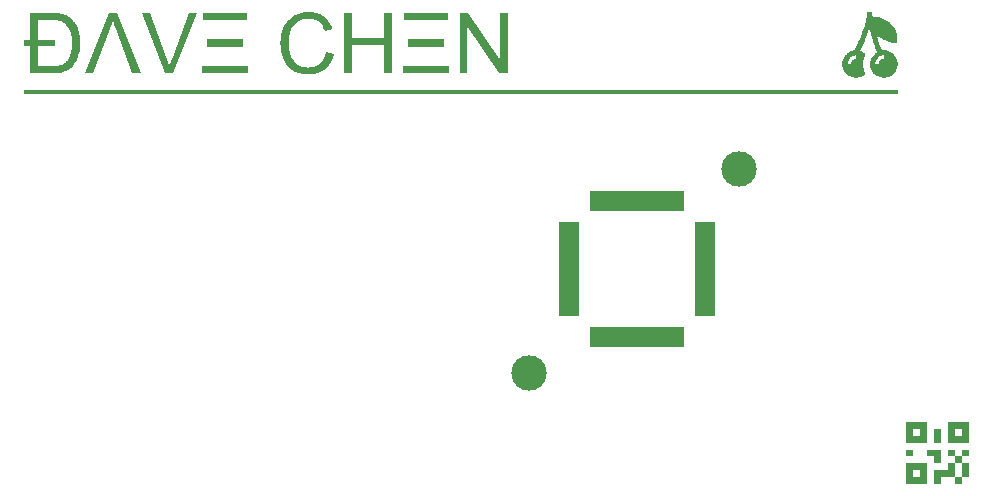
<source format=gts>
G04*
G04 #@! TF.GenerationSoftware,Altium Limited,Altium Designer,21.1.1 (26)*
G04*
G04 Layer_Color=8388736*
%FSLAX25Y25*%
%MOIN*%
G70*
G04*
G04 #@! TF.SameCoordinates,803D71E2-4EB1-4650-8D60-E64228E98B9D*
G04*
G04*
G04 #@! TF.FilePolarity,Negative*
G04*
G01*
G75*
%ADD16R,2.91339X0.01575*%
%ADD17C,0.11811*%
%ADD18R,0.06607X0.01981*%
%ADD19R,0.01981X0.06607*%
G36*
X314327Y165245D02*
X314349Y165136D01*
X314393Y164851D01*
Y164720D01*
X314415Y164611D01*
Y164523D01*
Y164501D01*
X314524Y163627D01*
X314874Y163670D01*
X315596D01*
X315946Y163627D01*
X316230Y163583D01*
X316471Y163561D01*
X316558Y163539D01*
X316624D01*
X316667Y163517D01*
X316689D01*
X317389Y163299D01*
X318045Y163036D01*
X318657Y162730D01*
X318942Y162577D01*
X319204Y162424D01*
X319445Y162271D01*
X319664Y162139D01*
X319839Y162008D01*
X319992Y161899D01*
X320123Y161811D01*
X320210Y161746D01*
X320276Y161702D01*
X320298Y161680D01*
X320691Y161374D01*
X321019Y161046D01*
X321304Y160718D01*
X321544Y160390D01*
X321741Y160127D01*
X321872Y159887D01*
X321916Y159799D01*
X321960Y159756D01*
X321982Y159712D01*
Y159690D01*
X322157Y159318D01*
X322288Y158924D01*
X322397Y158553D01*
X322485Y158203D01*
X322550Y157897D01*
X322594Y157678D01*
X322616Y157590D01*
X322638Y157525D01*
Y157481D01*
Y157459D01*
X322682Y156825D01*
X322703Y156541D01*
Y156278D01*
Y156060D01*
X322682Y155885D01*
Y155775D01*
Y155731D01*
X322572Y154988D01*
X322310Y154966D01*
X321741D01*
X321457Y155010D01*
X321216Y155032D01*
X321019Y155075D01*
X320888Y155097D01*
X320845D01*
X320451Y155185D01*
X320057Y155294D01*
X319292Y155557D01*
X318592Y155863D01*
X318264Y156016D01*
X317980Y156169D01*
X317717Y156344D01*
X317455Y156475D01*
X317258Y156628D01*
X317061Y156738D01*
X316930Y156847D01*
X316820Y156913D01*
X316755Y156956D01*
X316733Y156978D01*
X315661Y158006D01*
X315771Y157656D01*
X315880Y157328D01*
X315967Y157022D01*
X316055Y156738D01*
X316142Y156475D01*
X316208Y156235D01*
X316274Y156038D01*
X316339Y155841D01*
X316405Y155688D01*
X316449Y155535D01*
X316492Y155403D01*
X316514Y155316D01*
X316536Y155228D01*
X316558Y155185D01*
X316580Y155141D01*
X316777Y154572D01*
X316973Y154091D01*
X317170Y153654D01*
X317323Y153282D01*
X317455Y152998D01*
X317564Y152779D01*
X317630Y152648D01*
X317652Y152626D01*
Y152604D01*
X318198D01*
X318548Y152582D01*
X318898Y152539D01*
X319226Y152473D01*
X319532Y152385D01*
X320101Y152167D01*
X320341Y152057D01*
X320560Y151926D01*
X320779Y151795D01*
X320954Y151686D01*
X321107Y151554D01*
X321238Y151467D01*
X321347Y151379D01*
X321413Y151314D01*
X321457Y151270D01*
X321479Y151248D01*
X321719Y150986D01*
X321916Y150723D01*
X322113Y150439D01*
X322266Y150155D01*
X322397Y149892D01*
X322507Y149608D01*
X322660Y149105D01*
X322725Y148864D01*
X322769Y148646D01*
X322791Y148449D01*
X322813Y148296D01*
X322835Y148164D01*
Y148055D01*
Y147990D01*
Y147968D01*
X322813Y147618D01*
X322769Y147290D01*
X322703Y146962D01*
X322616Y146655D01*
X322397Y146109D01*
X322288Y145846D01*
X322157Y145628D01*
X322025Y145431D01*
X321916Y145234D01*
X321785Y145081D01*
X321697Y144950D01*
X321610Y144840D01*
X321544Y144775D01*
X321501Y144731D01*
X321479Y144709D01*
X321216Y144468D01*
X320954Y144272D01*
X320691Y144097D01*
X320407Y143944D01*
X320123Y143812D01*
X319860Y143703D01*
X319357Y143550D01*
X319117Y143484D01*
X318898Y143441D01*
X318701Y143419D01*
X318548Y143397D01*
X318417Y143375D01*
X318220D01*
X317870Y143397D01*
X317542Y143441D01*
X317214Y143506D01*
X316908Y143594D01*
X316361Y143790D01*
X316099Y143922D01*
X315880Y144053D01*
X315683Y144162D01*
X315486Y144293D01*
X315333Y144403D01*
X315202Y144512D01*
X315093Y144578D01*
X315027Y144643D01*
X314983Y144687D01*
X314962Y144709D01*
X314721Y144972D01*
X314524Y145234D01*
X314327Y145518D01*
X314174Y145781D01*
X314043Y146065D01*
X313934Y146327D01*
X313780Y146852D01*
X313715Y147071D01*
X313671Y147290D01*
X313649Y147486D01*
X313627Y147640D01*
X313605Y147793D01*
Y147880D01*
Y147946D01*
Y147968D01*
X313627Y148449D01*
X313715Y148886D01*
X313824Y149280D01*
X313955Y149630D01*
X314065Y149914D01*
X314174Y150133D01*
X314218Y150198D01*
X314262Y150264D01*
X314283Y150286D01*
Y150308D01*
X314546Y150680D01*
X314852Y151008D01*
X315136Y151314D01*
X315421Y151554D01*
X315661Y151751D01*
X315858Y151904D01*
X315989Y151992D01*
X316011Y152014D01*
X316033D01*
X315727Y152692D01*
X315443Y153370D01*
X315180Y154048D01*
X314940Y154660D01*
X314852Y154944D01*
X314765Y155185D01*
X314677Y155403D01*
X314612Y155600D01*
X314568Y155753D01*
X314524Y155885D01*
X314502Y155950D01*
Y155972D01*
X314262Y156781D01*
X314065Y157547D01*
X313890Y158268D01*
X313802Y158597D01*
X313737Y158903D01*
X313693Y159165D01*
X313627Y159428D01*
X313584Y159646D01*
X313562Y159821D01*
X313540Y159974D01*
X313518Y160084D01*
X313496Y160149D01*
Y160171D01*
X313278Y159515D01*
X313059Y158859D01*
X312556Y157503D01*
X312293Y156847D01*
X312031Y156191D01*
X311790Y155578D01*
X311528Y154988D01*
X311287Y154419D01*
X311069Y153916D01*
X310872Y153479D01*
X310697Y153085D01*
X310566Y152779D01*
X310500Y152648D01*
X310456Y152539D01*
X310413Y152451D01*
X310391Y152385D01*
X310369Y152364D01*
Y152342D01*
X310784Y152167D01*
X311134Y151992D01*
X311440Y151817D01*
X311681Y151664D01*
X311856Y151532D01*
X311987Y151423D01*
X312075Y151336D01*
X312097Y151314D01*
X311834Y150658D01*
X311637Y150045D01*
X311484Y149477D01*
X311397Y148974D01*
X311353Y148755D01*
X311331Y148558D01*
X311309Y148383D01*
Y148230D01*
X311287Y148121D01*
Y148033D01*
Y147990D01*
Y147968D01*
X311331Y147377D01*
X311419Y146787D01*
X311550Y146240D01*
X311703Y145715D01*
X311768Y145475D01*
X311834Y145256D01*
X311900Y145081D01*
X311965Y144906D01*
X312031Y144775D01*
X312053Y144687D01*
X312097Y144622D01*
Y144600D01*
X311856Y144381D01*
X311594Y144206D01*
X311353Y144031D01*
X311069Y143900D01*
X310544Y143681D01*
X310063Y143528D01*
X309822Y143484D01*
X309625Y143441D01*
X309428Y143419D01*
X309275Y143397D01*
X309122Y143375D01*
X308947D01*
X308597Y143397D01*
X308269Y143441D01*
X307941Y143506D01*
X307657Y143594D01*
X307088Y143790D01*
X306848Y143922D01*
X306629Y144053D01*
X306410Y144162D01*
X306235Y144293D01*
X306082Y144403D01*
X305951Y144512D01*
X305842Y144578D01*
X305776Y144643D01*
X305732Y144687D01*
X305710Y144709D01*
X305470Y144972D01*
X305273Y145234D01*
X305098Y145518D01*
X304945Y145781D01*
X304814Y146065D01*
X304704Y146327D01*
X304551Y146830D01*
X304486Y147049D01*
X304442Y147268D01*
X304420Y147443D01*
X304398Y147618D01*
X304376Y147749D01*
Y147836D01*
Y147902D01*
Y147924D01*
X304398Y148274D01*
X304420Y148602D01*
X304573Y149214D01*
X304748Y149761D01*
X304857Y150002D01*
X304989Y150220D01*
X305098Y150417D01*
X305207Y150592D01*
X305295Y150745D01*
X305382Y150855D01*
X305470Y150964D01*
X305536Y151030D01*
X305557Y151073D01*
X305579Y151095D01*
X305820Y151336D01*
X306060Y151532D01*
X306301Y151707D01*
X306563Y151882D01*
X307045Y152145D01*
X307526Y152342D01*
X307919Y152473D01*
X308094Y152517D01*
X308247Y152560D01*
X308357Y152582D01*
X308466D01*
X308510Y152604D01*
X308532D01*
X309057Y153741D01*
X309297Y154288D01*
X309538Y154813D01*
X309735Y155316D01*
X309953Y155797D01*
X310128Y156235D01*
X310303Y156650D01*
X310456Y157022D01*
X310609Y157372D01*
X310719Y157656D01*
X310828Y157919D01*
X310894Y158115D01*
X310959Y158247D01*
X310981Y158356D01*
X311003Y158378D01*
X311309Y159187D01*
X311550Y159952D01*
X311790Y160674D01*
X311987Y161352D01*
X312140Y161964D01*
X312271Y162511D01*
X312381Y163036D01*
X312468Y163495D01*
X312556Y163911D01*
X312599Y164261D01*
X312643Y164545D01*
X312665Y164808D01*
X312687Y165004D01*
Y165136D01*
Y165223D01*
Y165245D01*
X314305Y165354D01*
X314327Y165245D01*
D02*
G37*
G36*
X346457Y21696D02*
X339546D01*
Y28607D01*
X346457D01*
Y21696D01*
D02*
G37*
G36*
X337228D02*
X334953D01*
Y26289D01*
X337228D01*
Y21696D01*
D02*
G37*
G36*
X332635D02*
X325724D01*
Y28607D01*
X332635D01*
Y21696D01*
D02*
G37*
G36*
X341864Y17103D02*
X339546D01*
Y19378D01*
X341864D01*
Y17103D01*
D02*
G37*
G36*
X328042D02*
X325724D01*
Y19378D01*
X328042D01*
Y17103D01*
D02*
G37*
G36*
X337228Y14785D02*
X334953D01*
Y17103D01*
X332635D01*
Y19378D01*
X337228D01*
Y14785D01*
D02*
G37*
G36*
X346457Y10192D02*
X344139D01*
Y7874D01*
X341864D01*
Y10192D01*
X344139D01*
Y14785D01*
X346457D01*
Y10192D01*
D02*
G37*
G36*
Y17103D02*
X344139D01*
Y14785D01*
X341864D01*
Y10192D01*
X337228D01*
Y7874D01*
X334953D01*
Y12467D01*
X339546D01*
Y14785D01*
X341864D01*
Y17103D01*
X344139D01*
Y19378D01*
X346457D01*
Y17103D01*
D02*
G37*
G36*
X332635Y7874D02*
X325724D01*
Y14785D01*
X332635D01*
Y7874D01*
D02*
G37*
G36*
X172886Y162621D02*
X158276D01*
Y165004D01*
X172886D01*
Y162621D01*
D02*
G37*
G36*
X106007Y162621D02*
X91398D01*
Y165004D01*
X106007D01*
Y162621D01*
D02*
G37*
G36*
X127112Y165332D02*
X127374Y165311D01*
X127680Y165267D01*
X128008Y165223D01*
X128380Y165157D01*
X128774Y165070D01*
X129189Y164983D01*
X129605Y164851D01*
X130042Y164698D01*
X130480Y164523D01*
X130895Y164305D01*
X131311Y164086D01*
X131704Y163802D01*
X131726Y163780D01*
X131792Y163736D01*
X131901Y163648D01*
X132032Y163517D01*
X132207Y163364D01*
X132404Y163167D01*
X132601Y162949D01*
X132842Y162686D01*
X133082Y162402D01*
X133323Y162074D01*
X133563Y161724D01*
X133782Y161330D01*
X134023Y160915D01*
X134220Y160456D01*
X134416Y159974D01*
X134591Y159471D01*
X131967Y158859D01*
Y158881D01*
X131923Y158946D01*
X131901Y159078D01*
X131836Y159231D01*
X131770Y159406D01*
X131661Y159602D01*
X131442Y160084D01*
X131158Y160609D01*
X130786Y161155D01*
X130392Y161658D01*
X130152Y161877D01*
X129911Y162074D01*
X129889Y162096D01*
X129845Y162118D01*
X129780Y162161D01*
X129671Y162227D01*
X129539Y162314D01*
X129386Y162402D01*
X129211Y162489D01*
X128992Y162577D01*
X128752Y162664D01*
X128511Y162752D01*
X127943Y162927D01*
X127287Y163036D01*
X126937Y163080D01*
X126346D01*
X126171Y163058D01*
X125975Y163036D01*
X125734Y163014D01*
X125471Y162992D01*
X125209Y162949D01*
X124575Y162796D01*
X123919Y162599D01*
X123591Y162468D01*
X123263Y162314D01*
X122956Y162139D01*
X122650Y161943D01*
X122628Y161921D01*
X122585Y161899D01*
X122497Y161833D01*
X122388Y161746D01*
X122278Y161636D01*
X122125Y161483D01*
X121972Y161330D01*
X121797Y161155D01*
X121622Y160937D01*
X121425Y160718D01*
X121076Y160215D01*
X120747Y159624D01*
X120463Y158946D01*
Y158925D01*
X120441Y158859D01*
X120398Y158750D01*
X120376Y158618D01*
X120332Y158443D01*
X120266Y158247D01*
X120223Y158006D01*
X120157Y157765D01*
X120091Y157481D01*
X120048Y157175D01*
X119938Y156519D01*
X119873Y155819D01*
X119851Y155076D01*
Y155054D01*
Y154966D01*
Y154835D01*
X119873Y154638D01*
Y154419D01*
X119895Y154157D01*
X119916Y153873D01*
X119938Y153545D01*
X119982Y153195D01*
X120026Y152845D01*
X120157Y152079D01*
X120354Y151314D01*
X120594Y150570D01*
Y150548D01*
X120638Y150483D01*
X120682Y150395D01*
X120726Y150264D01*
X120813Y150089D01*
X120923Y149914D01*
X121163Y149499D01*
X121491Y149018D01*
X121885Y148558D01*
X122366Y148099D01*
X122628Y147902D01*
X122913Y147705D01*
X122934D01*
X122978Y147661D01*
X123066Y147618D01*
X123197Y147552D01*
X123350Y147487D01*
X123525Y147399D01*
X123722Y147334D01*
X123941Y147246D01*
X124444Y147071D01*
X125034Y146918D01*
X125668Y146809D01*
X125996Y146787D01*
X126346Y146765D01*
X126565D01*
X126718Y146787D01*
X126915Y146809D01*
X127134Y146830D01*
X127396Y146874D01*
X127658Y146918D01*
X128271Y147071D01*
X128577Y147180D01*
X128905Y147312D01*
X129233Y147465D01*
X129539Y147640D01*
X129845Y147836D01*
X130152Y148055D01*
X130174Y148077D01*
X130217Y148121D01*
X130305Y148186D01*
X130414Y148296D01*
X130523Y148427D01*
X130676Y148602D01*
X130830Y148799D01*
X131005Y149018D01*
X131179Y149280D01*
X131354Y149564D01*
X131529Y149870D01*
X131704Y150220D01*
X131858Y150592D01*
X132011Y151008D01*
X132164Y151445D01*
X132273Y151904D01*
X134941Y151226D01*
Y151183D01*
X134897Y151073D01*
X134854Y150920D01*
X134766Y150680D01*
X134679Y150417D01*
X134547Y150089D01*
X134416Y149739D01*
X134241Y149367D01*
X134045Y148952D01*
X133826Y148558D01*
X133585Y148121D01*
X133301Y147705D01*
X132995Y147312D01*
X132667Y146918D01*
X132295Y146546D01*
X131901Y146196D01*
X131879Y146174D01*
X131792Y146131D01*
X131683Y146043D01*
X131508Y145934D01*
X131311Y145803D01*
X131048Y145650D01*
X130764Y145496D01*
X130414Y145343D01*
X130042Y145190D01*
X129649Y145037D01*
X129211Y144884D01*
X128730Y144753D01*
X128227Y144643D01*
X127702Y144556D01*
X127155Y144512D01*
X126565Y144490D01*
X126259D01*
X126018Y144512D01*
X125756Y144534D01*
X125428Y144556D01*
X125078Y144600D01*
X124684Y144665D01*
X124269Y144731D01*
X123831Y144818D01*
X123394Y144928D01*
X122956Y145037D01*
X122497Y145190D01*
X122060Y145365D01*
X121644Y145562D01*
X121250Y145803D01*
X121229Y145824D01*
X121163Y145868D01*
X121054Y145934D01*
X120923Y146043D01*
X120747Y146196D01*
X120551Y146349D01*
X120332Y146546D01*
X120091Y146787D01*
X119851Y147049D01*
X119588Y147334D01*
X119348Y147640D01*
X119085Y147990D01*
X118823Y148361D01*
X118582Y148755D01*
X118364Y149192D01*
X118145Y149652D01*
X118123Y149674D01*
X118101Y149761D01*
X118058Y149914D01*
X117992Y150089D01*
X117904Y150330D01*
X117817Y150592D01*
X117729Y150920D01*
X117620Y151270D01*
X117533Y151664D01*
X117423Y152079D01*
X117336Y152517D01*
X117270Y152998D01*
X117139Y154004D01*
X117117Y154529D01*
X117095Y155054D01*
Y155097D01*
Y155185D01*
Y155360D01*
X117117Y155578D01*
X117139Y155863D01*
X117161Y156191D01*
X117205Y156541D01*
X117248Y156934D01*
X117314Y157350D01*
X117379Y157787D01*
X117598Y158728D01*
X117751Y159187D01*
X117904Y159646D01*
X118079Y160127D01*
X118298Y160565D01*
X118320Y160587D01*
X118364Y160674D01*
X118429Y160784D01*
X118517Y160959D01*
X118648Y161155D01*
X118801Y161374D01*
X118976Y161615D01*
X119173Y161899D01*
X119413Y162161D01*
X119654Y162468D01*
X119938Y162752D01*
X120245Y163058D01*
X120573Y163342D01*
X120923Y163627D01*
X121316Y163889D01*
X121710Y164130D01*
X121732Y164152D01*
X121819Y164173D01*
X121929Y164239D01*
X122104Y164327D01*
X122300Y164414D01*
X122563Y164523D01*
X122847Y164633D01*
X123153Y164742D01*
X123503Y164851D01*
X123897Y164961D01*
X124291Y165070D01*
X124728Y165157D01*
X125625Y165311D01*
X126106Y165332D01*
X126609Y165354D01*
X126893D01*
X127112Y165332D01*
D02*
G37*
G36*
X154143Y144818D02*
X151475D01*
Y154332D01*
X140999D01*
Y144818D01*
X138331D01*
Y165004D01*
X140999D01*
Y156716D01*
X151475D01*
Y165004D01*
X154143D01*
Y144818D01*
D02*
G37*
G36*
X171573Y153719D02*
X159589D01*
Y156103D01*
X171573D01*
Y153719D01*
D02*
G37*
G36*
X104695Y153719D02*
X92710D01*
Y156103D01*
X104695D01*
Y153719D01*
D02*
G37*
G36*
X192787Y144818D02*
X190032D01*
X179447Y160652D01*
Y144818D01*
X176888D01*
Y165004D01*
X179622D01*
X190228Y149149D01*
Y165004D01*
X192787D01*
Y144818D01*
D02*
G37*
G36*
X81425Y144818D02*
X78670D01*
X70840Y165004D01*
X73749D01*
X78998Y150330D01*
Y150308D01*
X79020Y150242D01*
X79063Y150155D01*
X79107Y150023D01*
X79151Y149870D01*
X79216Y149695D01*
X79282Y149499D01*
X79369Y149258D01*
X79523Y148755D01*
X79698Y148208D01*
X79873Y147618D01*
X80048Y147027D01*
Y147049D01*
X80069Y147093D01*
X80091Y147202D01*
X80135Y147312D01*
X80179Y147465D01*
X80222Y147640D01*
X80288Y147836D01*
X80354Y148055D01*
X80507Y148558D01*
X80704Y149127D01*
X80922Y149717D01*
X81141Y150330D01*
X86587Y165004D01*
X89298D01*
X81425Y144818D01*
D02*
G37*
G36*
X173235Y144818D02*
X157926D01*
Y147202D01*
X173235D01*
Y144818D01*
D02*
G37*
G36*
X106357Y144818D02*
X91048D01*
Y147202D01*
X106357D01*
Y144818D01*
D02*
G37*
G36*
X70468D02*
X67560D01*
X62333Y159449D01*
Y159471D01*
X62311Y159537D01*
X62267Y159624D01*
X62223Y159777D01*
X62158Y159931D01*
X62092Y160127D01*
X62027Y160346D01*
X61939Y160565D01*
X61764Y161090D01*
X61589Y161636D01*
X61414Y162183D01*
X61261Y162730D01*
Y162708D01*
X61239Y162664D01*
X61217Y162577D01*
X61174Y162446D01*
X61152Y162293D01*
X61086Y162118D01*
X61021Y161921D01*
X60955Y161702D01*
X60802Y161221D01*
X60627Y160674D01*
X60408Y160084D01*
X60189Y159471D01*
X54766Y144818D01*
X52032D01*
X59905Y165004D01*
X62661Y165004D01*
X70468Y144818D01*
D02*
G37*
G36*
X41469Y164982D02*
X41709D01*
X41994Y164961D01*
X42562Y164939D01*
X43153Y164873D01*
X43743Y164808D01*
X44006Y164742D01*
X44246Y164698D01*
X44268D01*
X44334Y164676D01*
X44421Y164655D01*
X44531Y164611D01*
X44684Y164567D01*
X44859Y164523D01*
X45274Y164370D01*
X45733Y164173D01*
X46215Y163933D01*
X46718Y163627D01*
X47199Y163255D01*
X47221Y163233D01*
X47264Y163189D01*
X47352Y163124D01*
X47461Y163014D01*
X47592Y162883D01*
X47745Y162708D01*
X47920Y162533D01*
X48095Y162314D01*
X48292Y162074D01*
X48489Y161811D01*
X48686Y161527D01*
X48883Y161221D01*
X49255Y160543D01*
X49582Y159799D01*
Y159777D01*
X49626Y159712D01*
X49648Y159581D01*
X49714Y159428D01*
X49779Y159231D01*
X49845Y158990D01*
X49911Y158728D01*
X49998Y158422D01*
X50064Y158072D01*
X50129Y157700D01*
X50195Y157306D01*
X50261Y156891D01*
X50326Y156453D01*
X50348Y155994D01*
X50392Y155010D01*
Y154966D01*
Y154879D01*
Y154704D01*
X50370Y154485D01*
Y154223D01*
X50348Y153916D01*
X50304Y153566D01*
X50261Y153195D01*
X50217Y152779D01*
X50151Y152364D01*
X49976Y151467D01*
X49736Y150570D01*
X49582Y150133D01*
X49408Y149695D01*
Y149673D01*
X49364Y149608D01*
X49298Y149477D01*
X49233Y149346D01*
X49145Y149149D01*
X49014Y148952D01*
X48752Y148471D01*
X48402Y147946D01*
X47986Y147399D01*
X47549Y146918D01*
X47308Y146677D01*
X47046Y146481D01*
X47024D01*
X46980Y146437D01*
X46914Y146393D01*
X46805Y146327D01*
X46674Y146240D01*
X46521Y146131D01*
X46346Y146043D01*
X46149Y145934D01*
X45690Y145693D01*
X45165Y145453D01*
X44552Y145234D01*
X43918Y145037D01*
X43874D01*
X43809Y145015D01*
X43743Y144993D01*
X43634D01*
X43503Y144972D01*
X43371Y144950D01*
X43196Y144928D01*
X43000Y144906D01*
X42781Y144884D01*
X42540Y144862D01*
X42278D01*
X41994Y144840D01*
X41688Y144818D01*
X33705D01*
Y154004D01*
X31496D01*
Y155819D01*
X33705D01*
Y165004D01*
X41250D01*
X41469Y164982D01*
D02*
G37*
%LPC*%
G36*
X318198Y150876D02*
X317783Y150833D01*
X317389Y150745D01*
X317039Y150614D01*
X316733Y150461D01*
X316492Y150286D01*
X316317Y150155D01*
X316208Y150067D01*
X316164Y150023D01*
X315880Y149695D01*
X315683Y149346D01*
X315530Y149017D01*
X315443Y148689D01*
X315377Y148405D01*
X315355Y148164D01*
X315333Y148077D01*
Y148033D01*
Y147990D01*
Y147968D01*
X316471D01*
X316492Y148230D01*
X316558Y148449D01*
X316645Y148646D01*
X316733Y148843D01*
X316820Y148974D01*
X316908Y149083D01*
X316973Y149149D01*
X316995Y149170D01*
X317214Y149346D01*
X317411Y149477D01*
X317608Y149564D01*
X317805Y149630D01*
X317958Y149673D01*
X318089Y149695D01*
X318198D01*
Y150876D01*
D02*
G37*
G36*
X309013D02*
X308575Y150833D01*
X308160Y150745D01*
X307810Y150614D01*
X307504Y150461D01*
X307263Y150286D01*
X307088Y150155D01*
X306979Y150067D01*
X306935Y150023D01*
X306651Y149695D01*
X306454Y149346D01*
X306301Y149017D01*
X306213Y148689D01*
X306148Y148405D01*
X306126Y148164D01*
X306104Y148077D01*
Y148033D01*
Y147990D01*
Y147968D01*
X307285D01*
X307307Y148230D01*
X307373Y148449D01*
X307438Y148646D01*
X307547Y148843D01*
X307635Y148974D01*
X307701Y149083D01*
X307766Y149149D01*
X307788Y149170D01*
X307985Y149346D01*
X308204Y149477D01*
X308401Y149564D01*
X308597Y149630D01*
X308772Y149673D01*
X308904Y149695D01*
X309013D01*
Y150876D01*
D02*
G37*
G36*
X344139Y26289D02*
X341864D01*
Y24014D01*
X344139D01*
Y26289D01*
D02*
G37*
G36*
X330317D02*
X328042D01*
Y24014D01*
X330317D01*
Y26289D01*
D02*
G37*
G36*
Y12467D02*
X328042D01*
Y10192D01*
X330317D01*
Y12467D01*
D02*
G37*
G36*
X40988Y162621D02*
X36373D01*
Y155819D01*
X41950D01*
Y154004D01*
X36373D01*
Y147202D01*
X41010D01*
X41184Y147224D01*
X41381D01*
X41819Y147246D01*
X42322Y147290D01*
X42847Y147355D01*
X43350Y147443D01*
X43809Y147552D01*
X43831D01*
X43853Y147574D01*
X43918Y147596D01*
X44006Y147618D01*
X44203Y147705D01*
X44465Y147815D01*
X44749Y147968D01*
X45055Y148143D01*
X45340Y148361D01*
X45602Y148602D01*
X45624Y148624D01*
X45646Y148646D01*
X45755Y148777D01*
X45930Y148974D01*
X46149Y149280D01*
X46389Y149630D01*
X46630Y150067D01*
X46871Y150570D01*
X47089Y151139D01*
Y151161D01*
X47111Y151204D01*
X47133Y151292D01*
X47177Y151423D01*
X47221Y151576D01*
X47264Y151773D01*
X47308Y151992D01*
X47374Y152232D01*
X47417Y152495D01*
X47461Y152801D01*
X47505Y153107D01*
X47549Y153457D01*
X47614Y154201D01*
X47636Y155032D01*
Y155054D01*
Y155141D01*
Y155272D01*
Y155425D01*
X47614Y155622D01*
Y155863D01*
X47592Y156125D01*
X47570Y156410D01*
X47505Y157000D01*
X47396Y157634D01*
X47264Y158247D01*
X47177Y158553D01*
X47089Y158815D01*
Y158837D01*
X47067Y158881D01*
X47046Y158946D01*
X47002Y159056D01*
X46871Y159318D01*
X46718Y159624D01*
X46521Y159996D01*
X46280Y160368D01*
X46018Y160740D01*
X45712Y161090D01*
X45668Y161133D01*
X45559Y161221D01*
X45384Y161374D01*
X45165Y161549D01*
X44881Y161746D01*
X44552Y161943D01*
X44203Y162118D01*
X43809Y162271D01*
X43787D01*
X43765Y162293D01*
X43699Y162314D01*
X43612Y162336D01*
X43503Y162358D01*
X43371Y162380D01*
X43196Y162424D01*
X43022Y162446D01*
X42803Y162489D01*
X42562Y162511D01*
X42300Y162533D01*
X42015Y162577D01*
X41688Y162599D01*
X41359D01*
X40988Y162621D01*
D02*
G37*
%LPD*%
D16*
X177165Y138583D02*
D03*
D17*
X270000Y113000D02*
D03*
X200000Y45000D02*
D03*
D18*
X213362Y94354D02*
D03*
Y92386D02*
D03*
Y90417D02*
D03*
Y88449D02*
D03*
Y86480D02*
D03*
Y84512D02*
D03*
Y82543D02*
D03*
Y80575D02*
D03*
Y78606D02*
D03*
Y76638D02*
D03*
Y74669D02*
D03*
Y72701D02*
D03*
Y70732D02*
D03*
Y68764D02*
D03*
Y66795D02*
D03*
Y64827D02*
D03*
X258543D02*
D03*
Y66795D02*
D03*
Y68764D02*
D03*
Y70732D02*
D03*
Y72701D02*
D03*
Y74669D02*
D03*
Y76638D02*
D03*
Y78606D02*
D03*
Y80575D02*
D03*
Y82543D02*
D03*
Y84512D02*
D03*
Y86480D02*
D03*
Y88449D02*
D03*
Y90417D02*
D03*
Y92386D02*
D03*
Y94354D02*
D03*
D19*
X221189Y57000D02*
D03*
X223158D02*
D03*
X225126D02*
D03*
X227095D02*
D03*
X229063D02*
D03*
X231031D02*
D03*
X233000D02*
D03*
X234968D02*
D03*
X236937D02*
D03*
X238906D02*
D03*
X240874D02*
D03*
X242843D02*
D03*
X244811D02*
D03*
X246779D02*
D03*
X248748D02*
D03*
X250716D02*
D03*
Y102181D02*
D03*
X248748D02*
D03*
X246779D02*
D03*
X244811D02*
D03*
X242843D02*
D03*
X240874D02*
D03*
X238906D02*
D03*
X236937D02*
D03*
X234968D02*
D03*
X233000D02*
D03*
X231031D02*
D03*
X229063D02*
D03*
X227095D02*
D03*
X225126D02*
D03*
X223158D02*
D03*
X221189D02*
D03*
M02*

</source>
